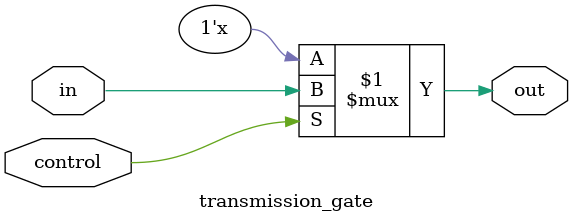
<source format=v>
module transmission_gate (
  input in,
  input control,
  output out
);

  assign out = control ? in : 1'bZ;  // Similar to tri-state buffer for control

endmodule

</source>
